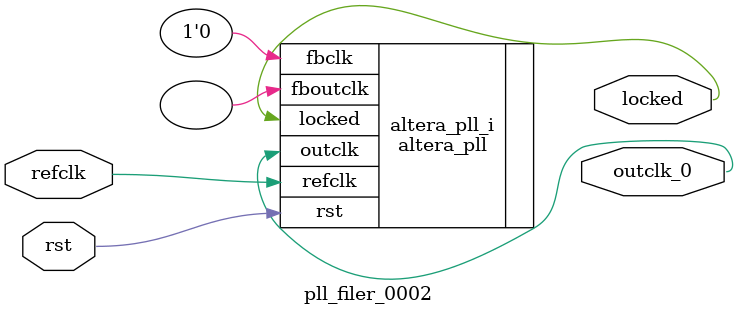
<source format=v>
`timescale 1ns/10ps
module  pll_filer_0002(

	// interface 'refclk'
	input wire refclk,

	// interface 'reset'
	input wire rst,

	// interface 'outclk0'
	output wire outclk_0,

	// interface 'locked'
	output wire locked
);

	altera_pll #(
		.fractional_vco_multiplier("false"),
		.reference_clock_frequency("50.0 MHz"),
		.operation_mode("direct"),
		.number_of_clocks(1),
		.output_clock_frequency0("125.000000 MHz"),
		.phase_shift0("0 ps"),
		.duty_cycle0(50),
		.output_clock_frequency1("0 MHz"),
		.phase_shift1("0 ps"),
		.duty_cycle1(50),
		.output_clock_frequency2("0 MHz"),
		.phase_shift2("0 ps"),
		.duty_cycle2(50),
		.output_clock_frequency3("0 MHz"),
		.phase_shift3("0 ps"),
		.duty_cycle3(50),
		.output_clock_frequency4("0 MHz"),
		.phase_shift4("0 ps"),
		.duty_cycle4(50),
		.output_clock_frequency5("0 MHz"),
		.phase_shift5("0 ps"),
		.duty_cycle5(50),
		.output_clock_frequency6("0 MHz"),
		.phase_shift6("0 ps"),
		.duty_cycle6(50),
		.output_clock_frequency7("0 MHz"),
		.phase_shift7("0 ps"),
		.duty_cycle7(50),
		.output_clock_frequency8("0 MHz"),
		.phase_shift8("0 ps"),
		.duty_cycle8(50),
		.output_clock_frequency9("0 MHz"),
		.phase_shift9("0 ps"),
		.duty_cycle9(50),
		.output_clock_frequency10("0 MHz"),
		.phase_shift10("0 ps"),
		.duty_cycle10(50),
		.output_clock_frequency11("0 MHz"),
		.phase_shift11("0 ps"),
		.duty_cycle11(50),
		.output_clock_frequency12("0 MHz"),
		.phase_shift12("0 ps"),
		.duty_cycle12(50),
		.output_clock_frequency13("0 MHz"),
		.phase_shift13("0 ps"),
		.duty_cycle13(50),
		.output_clock_frequency14("0 MHz"),
		.phase_shift14("0 ps"),
		.duty_cycle14(50),
		.output_clock_frequency15("0 MHz"),
		.phase_shift15("0 ps"),
		.duty_cycle15(50),
		.output_clock_frequency16("0 MHz"),
		.phase_shift16("0 ps"),
		.duty_cycle16(50),
		.output_clock_frequency17("0 MHz"),
		.phase_shift17("0 ps"),
		.duty_cycle17(50),
		.pll_type("General"),
		.pll_subtype("General")
	) altera_pll_i (
		.rst	(rst),
		.outclk	({outclk_0}),
		.locked	(locked),
		.fboutclk	( ),
		.fbclk	(1'b0),
		.refclk	(refclk)
	);
endmodule


</source>
